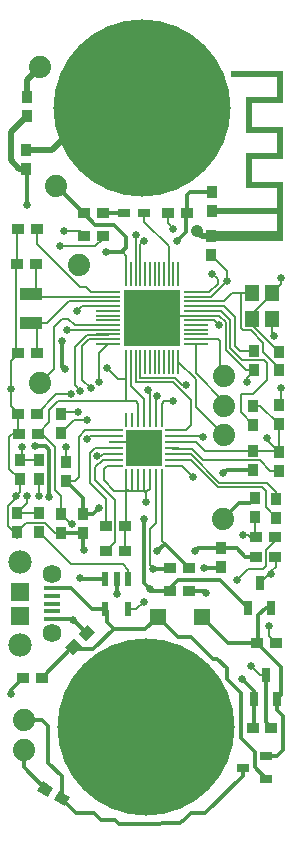
<source format=gbr>
G04 EAGLE Gerber RS-274X export*
G75*
%MOMM*%
%FSLAX34Y34*%
%LPD*%
%INTop Copper*%
%IPPOS*%
%AMOC8*
5,1,8,0,0,1.08239X$1,22.5*%
G01*
%ADD10R,1.050000X0.900000*%
%ADD11R,1.400000X1.400000*%
%ADD12R,0.550000X1.200000*%
%ADD13C,1.879600*%
%ADD14R,1.016000X0.635000*%
%ADD15R,0.650000X1.250000*%
%ADD16R,0.900000X1.050000*%
%ADD17R,0.270000X1.150000*%
%ADD18R,1.150000X0.270000*%
%ADD19R,3.150000X3.150000*%
%ADD20R,2.000000X0.200000*%
%ADD21R,0.200000X2.000000*%
%ADD22R,4.700000X4.700000*%
%ADD23C,0.908000*%
%ADD24R,1.900000X1.100000*%
%ADD25R,1.200000X1.400000*%
%ADD26R,1.350000X0.400000*%
%ADD27C,1.582200*%
%ADD28C,1.980000*%
%ADD29R,1.550000X1.500000*%
%ADD30R,1.100000X0.750000*%
%ADD31R,0.500000X0.900000*%
%ADD32R,0.500000X0.500000*%
%ADD33C,0.304800*%
%ADD34C,0.654800*%
%ADD35C,0.177800*%
%ADD36C,1.050000*%
%ADD37C,0.508000*%
%ADD38C,1.143000*%
%ADD39C,0.812800*%
%ADD40C,15.000000*%

G36*
X241012Y452499D02*
X241012Y452499D01*
X241011Y452499D01*
X241012Y452500D01*
X241012Y502500D01*
X241002Y502512D01*
X241001Y502511D01*
X241000Y502512D01*
X214612Y502512D01*
X214612Y522488D01*
X241000Y522488D01*
X241012Y522499D01*
X241011Y522499D01*
X241012Y522500D01*
X241012Y549500D01*
X241002Y549512D01*
X241001Y549511D01*
X241000Y549512D01*
X214612Y549512D01*
X214612Y569488D01*
X241000Y569488D01*
X241012Y569499D01*
X241011Y569499D01*
X241012Y569500D01*
X241012Y596500D01*
X241002Y596512D01*
X241001Y596511D01*
X241000Y596512D01*
X196600Y596512D01*
X196588Y596502D01*
X196589Y596501D01*
X196588Y596500D01*
X196588Y591500D01*
X196599Y591488D01*
X196599Y591489D01*
X196600Y591488D01*
X235988Y591488D01*
X235988Y574512D01*
X209600Y574512D01*
X209588Y574502D01*
X209589Y574501D01*
X209588Y574500D01*
X209588Y544500D01*
X209599Y544488D01*
X209599Y544489D01*
X209600Y544488D01*
X235988Y544488D01*
X235988Y527512D01*
X209600Y527512D01*
X209588Y527502D01*
X209589Y527501D01*
X209588Y527500D01*
X209588Y497500D01*
X209599Y497488D01*
X209599Y497489D01*
X209600Y497488D01*
X235988Y497488D01*
X235988Y480512D01*
X187000Y480512D01*
X186988Y480502D01*
X186989Y480501D01*
X186988Y480500D01*
X186988Y475500D01*
X186999Y475488D01*
X186999Y475489D01*
X187000Y475488D01*
X235988Y475488D01*
X235988Y461512D01*
X187000Y461512D01*
X186988Y461502D01*
X186989Y461501D01*
X186988Y461500D01*
X186988Y452500D01*
X186999Y452488D01*
X186999Y452489D01*
X187000Y452488D01*
X241000Y452488D01*
X241012Y452499D01*
G37*
D10*
G36*
X51232Y-12978D02*
X60324Y-18228D01*
X55824Y-26022D01*
X46732Y-20772D01*
X51232Y-12978D01*
G37*
G36*
X37376Y-4978D02*
X46468Y-10228D01*
X41968Y-18022D01*
X32876Y-12772D01*
X37376Y-4978D01*
G37*
G36*
X70237Y109873D02*
X62813Y102449D01*
X56449Y108813D01*
X63873Y116237D01*
X70237Y109873D01*
G37*
G36*
X81551Y121187D02*
X74127Y113763D01*
X67763Y120127D01*
X75187Y127551D01*
X81551Y121187D01*
G37*
X218570Y112640D03*
X234570Y112640D03*
D11*
X171900Y134600D03*
X134900Y134600D03*
D12*
X109500Y166700D03*
X100000Y166700D03*
X90500Y166700D03*
X90500Y140700D03*
X109500Y140700D03*
D13*
X21200Y47500D03*
X21200Y22100D03*
D14*
X206800Y6800D03*
X226800Y16300D03*
X226800Y-2700D03*
D10*
X234000Y201620D03*
X218000Y201620D03*
X20400Y82400D03*
X36400Y82400D03*
D15*
X211500Y142000D03*
X230500Y142000D03*
X221000Y163000D03*
D10*
X161000Y156000D03*
X145000Y156000D03*
D16*
X15500Y206000D03*
X15500Y222000D03*
X34000Y206000D03*
X34000Y222000D03*
D17*
X108000Y253500D03*
X113000Y253500D03*
X118000Y253500D03*
X123000Y253500D03*
X128000Y253500D03*
X133000Y253500D03*
X138000Y253500D03*
D18*
X147000Y262500D03*
X147000Y267500D03*
X147000Y272500D03*
X147000Y277500D03*
X147000Y282500D03*
X147000Y287500D03*
X147000Y292500D03*
D17*
X138000Y301500D03*
X133000Y301500D03*
X128000Y301500D03*
X123000Y301500D03*
X118000Y301500D03*
X113000Y301500D03*
X108000Y301500D03*
D18*
X99000Y292500D03*
X99000Y287500D03*
X99000Y282500D03*
X99000Y277500D03*
X99000Y272500D03*
X99000Y267500D03*
X99000Y262500D03*
D19*
X123000Y277500D03*
D16*
X53000Y306000D03*
X53000Y290000D03*
X23500Y530000D03*
X23500Y514000D03*
X188500Y176500D03*
X188500Y192500D03*
D10*
X145500Y175500D03*
X161500Y175500D03*
D16*
X24000Y558500D03*
X24000Y574500D03*
D10*
X218000Y185000D03*
X234000Y185000D03*
X32500Y306500D03*
X16500Y306500D03*
D16*
X71500Y221500D03*
X71500Y205500D03*
X57000Y249500D03*
X57000Y265500D03*
X235000Y234500D03*
X235000Y218500D03*
X215500Y259000D03*
X215500Y275000D03*
X217000Y235000D03*
X217000Y219000D03*
D10*
X91000Y211000D03*
X107000Y211000D03*
X91000Y190000D03*
X107000Y190000D03*
D20*
X93000Y409500D03*
X93000Y405500D03*
X93000Y401500D03*
X93000Y397500D03*
X93000Y393500D03*
X93000Y389500D03*
X93000Y385500D03*
X93000Y381500D03*
X93000Y377500D03*
X93000Y373500D03*
X93000Y369500D03*
X93000Y365500D03*
D21*
X108000Y350500D03*
X112000Y350500D03*
X116000Y350500D03*
X120000Y350500D03*
X124000Y350500D03*
X128000Y350500D03*
X132000Y350500D03*
X136000Y350500D03*
X140000Y350500D03*
X144000Y350500D03*
X148000Y350500D03*
X152000Y350500D03*
D20*
X167000Y365500D03*
X167000Y369500D03*
X167000Y373500D03*
X167000Y377500D03*
X167000Y381500D03*
X167000Y385500D03*
X167000Y389500D03*
X167000Y393500D03*
X167000Y397500D03*
X167000Y401500D03*
X167000Y405500D03*
X167000Y409500D03*
D21*
X152000Y424500D03*
X148000Y424500D03*
X144000Y424500D03*
X140000Y424500D03*
X136000Y424500D03*
X132000Y424500D03*
X128000Y424500D03*
X124000Y424500D03*
X120000Y424500D03*
X116000Y424500D03*
X112000Y424500D03*
X108000Y424500D03*
D22*
X130000Y387500D03*
D23*
X112000Y405500D03*
X112000Y393500D03*
X112000Y381500D03*
X112000Y369500D03*
X124000Y405500D03*
X124000Y393500D03*
X124000Y381500D03*
X124000Y369500D03*
X136000Y405500D03*
X136000Y393500D03*
X136000Y381500D03*
X136000Y369500D03*
X148000Y405500D03*
X148000Y393500D03*
X148000Y381500D03*
X148000Y369500D03*
D10*
X32500Y462500D03*
X16500Y462500D03*
X16000Y433000D03*
X32000Y433000D03*
X16500Y357500D03*
X32500Y357500D03*
D16*
X53000Y221500D03*
X53000Y205500D03*
X180500Y494000D03*
X180500Y478000D03*
X180000Y440500D03*
X180000Y456500D03*
X237000Y343000D03*
X237000Y359000D03*
D10*
X159500Y476500D03*
X143500Y476500D03*
D16*
X215500Y297000D03*
X215500Y313000D03*
X216500Y359500D03*
X216500Y343500D03*
X237000Y313500D03*
X237000Y297500D03*
D10*
X33000Y289000D03*
X17000Y289000D03*
X72500Y457000D03*
X88500Y457000D03*
D24*
X27500Y383000D03*
X27500Y408000D03*
D25*
X214500Y409000D03*
X214500Y387000D03*
X231500Y387000D03*
X231500Y409000D03*
D26*
X45480Y158500D03*
X45480Y152000D03*
X45480Y145500D03*
X45480Y139000D03*
X45480Y132500D03*
D27*
X45480Y170500D03*
X45480Y120500D03*
D28*
X18480Y180500D03*
X18480Y110500D03*
D29*
X18480Y155500D03*
X18480Y135500D03*
D16*
X237000Y258000D03*
X237000Y274000D03*
D10*
X231000Y40000D03*
X215000Y40000D03*
D15*
X216500Y64500D03*
X235500Y64500D03*
X226000Y85500D03*
D16*
X18000Y251000D03*
X18000Y267000D03*
X34000Y267000D03*
X34000Y251000D03*
D30*
X123500Y476000D03*
X106500Y476000D03*
D13*
X49000Y499000D03*
X190000Y217000D03*
X35000Y600000D03*
X35000Y332000D03*
X68000Y432000D03*
X191000Y338000D03*
X191000Y288000D03*
X191000Y313000D03*
D10*
X88000Y476000D03*
X72000Y476000D03*
D31*
X189500Y457000D03*
D32*
X189500Y478000D03*
D33*
X21200Y6972D02*
X39672Y-11500D01*
X21200Y6972D02*
X21200Y22100D01*
X10779Y72779D02*
X20400Y82400D01*
X10779Y72779D02*
X10779Y69006D01*
D34*
X10779Y69006D03*
D33*
X45480Y132500D02*
X62814Y132500D01*
X63157Y132157D02*
X74657Y120657D01*
X161000Y156000D02*
X175000Y156000D01*
X176000Y155000D01*
D34*
X176000Y155000D03*
D35*
X218000Y201000D02*
X218000Y201620D01*
X217000Y202620D01*
X217000Y219000D01*
X15500Y206000D02*
X15500Y204000D01*
X15500Y201500D01*
X62814Y132500D02*
X63157Y132157D01*
D34*
X63157Y132157D03*
D35*
X221500Y85500D02*
X226000Y85500D01*
X221500Y85500D02*
X214000Y93000D01*
D34*
X214000Y93000D03*
D35*
X237000Y274000D02*
X237000Y297500D01*
X221500Y313000D01*
X215500Y313000D01*
D33*
X100000Y166700D02*
X100000Y154000D01*
D34*
X100000Y154000D03*
D35*
X147000Y282500D02*
X167500Y282500D01*
X175000Y275000D02*
X215500Y275000D01*
X175000Y275000D02*
X167500Y282500D01*
X215500Y275000D02*
X236000Y275000D01*
X237000Y274000D01*
D34*
X83201Y270799D03*
D35*
X86770Y270799D01*
X98983Y272517D02*
X99000Y272500D01*
X98983Y272517D02*
X88488Y272517D01*
X86770Y270799D01*
X53000Y306000D02*
X55000Y308000D01*
X66941Y308000D01*
D34*
X66941Y308000D03*
D35*
X16500Y306500D02*
X16500Y289500D01*
X17000Y289000D01*
X16500Y306500D02*
X10349Y312651D01*
X10349Y327002D01*
D34*
X10349Y327002D03*
D35*
X234000Y185000D02*
X235000Y184000D01*
X229000Y118210D02*
X234570Y112640D01*
X229000Y118210D02*
X229000Y127000D01*
D34*
X229000Y127000D03*
D33*
X71500Y205500D02*
X53000Y205500D01*
X71500Y205500D02*
X71500Y191500D01*
D35*
X72000Y191000D01*
D34*
X72000Y191000D03*
D35*
X18000Y240000D02*
X18000Y251000D01*
X18000Y240000D02*
X15000Y237000D01*
D34*
X15000Y237000D03*
D35*
X57000Y265500D02*
X57000Y278000D01*
D34*
X57000Y278000D03*
D35*
X10349Y327002D02*
X10349Y351349D01*
X16500Y357500D01*
X120000Y424500D02*
X120000Y450000D01*
X123000Y453000D01*
D34*
X123000Y453000D03*
D35*
X231500Y409000D02*
X239106Y416606D01*
X239106Y421000D01*
D34*
X239106Y421000D03*
D35*
X186944Y389500D02*
X167000Y389500D01*
X186944Y389500D02*
X192444Y384000D01*
X192444Y360527D01*
X205027Y347944D01*
X205056Y347944D01*
X209500Y343500D02*
X216500Y343500D01*
X209500Y343500D02*
X205056Y347944D01*
X143500Y467500D02*
X143500Y476500D01*
X143500Y467500D02*
X148000Y463000D01*
D34*
X148000Y463000D03*
D36*
X168000Y461000D03*
D37*
X24000Y574500D02*
X24000Y589000D01*
X35000Y600000D01*
D35*
X217620Y202000D02*
X218000Y201620D01*
X217620Y202000D02*
X213000Y202000D01*
X211000Y204000D01*
X207000Y204000D01*
D34*
X207000Y204000D03*
D35*
X221000Y163000D02*
X223000Y163000D01*
X221000Y163000D02*
X229000Y171000D01*
X231000Y171000D01*
D34*
X231000Y171000D03*
D35*
X231000Y173000D01*
X235000Y177000D02*
X235000Y184000D01*
X235000Y177000D02*
X231000Y173000D01*
X39605Y213917D02*
X29083Y213917D01*
X29000Y214000D01*
X48022Y205500D02*
X53000Y205500D01*
X48022Y205500D02*
X39605Y213917D01*
X29000Y214000D02*
X23500Y214000D01*
X15500Y206000D01*
X99313Y282813D02*
X103991Y282813D01*
X99313Y282813D02*
X99000Y282500D01*
X215138Y380492D02*
X236474Y359156D01*
X215138Y380492D02*
X215138Y386715D01*
X236474Y359156D02*
X237000Y359000D01*
X215138Y386715D02*
X214500Y387000D01*
X16002Y433832D02*
X16002Y462280D01*
X16002Y433832D02*
X16000Y433000D01*
X16002Y462280D02*
X16500Y462500D01*
X15113Y432943D02*
X15113Y359156D01*
X16002Y358267D01*
X15113Y432943D02*
X16000Y433000D01*
X16002Y358267D02*
X16500Y357500D01*
X215138Y387604D02*
X215138Y392049D01*
X232029Y408940D01*
X215138Y387604D02*
X214500Y387000D01*
X231500Y409000D02*
X232029Y408940D01*
X99568Y272923D02*
X99000Y272500D01*
X152019Y389382D02*
X166243Y389382D01*
X152019Y389382D02*
X148463Y392938D01*
X166243Y389382D02*
X167000Y389500D01*
X148463Y392938D02*
X148000Y393500D01*
X130000Y387500D02*
X111125Y406273D01*
X112000Y405500D01*
X15000Y237000D02*
X15000Y235022D01*
X8333Y228355D01*
X8333Y211167D01*
X15500Y204000D01*
X17000Y289000D02*
X11000Y289000D01*
X9000Y287000D01*
X9000Y260000D01*
X18000Y251000D01*
X88500Y454500D02*
X88500Y457000D01*
X82000Y448000D02*
X52000Y448000D01*
X82000Y448000D02*
X88500Y454500D01*
D34*
X52000Y448000D03*
D33*
X226000Y45000D02*
X231000Y40000D01*
X226000Y45000D02*
X226000Y85500D01*
D38*
X123000Y277500D03*
D35*
X118000Y282500D02*
X99000Y282500D01*
X118000Y282500D02*
X123000Y277500D01*
X227000Y284000D02*
X237000Y274000D01*
X227000Y284000D02*
X227000Y286000D01*
D34*
X227000Y286000D03*
D35*
X210000Y337000D02*
X216500Y343500D01*
X210000Y337000D02*
X210000Y333000D01*
D34*
X210000Y333000D03*
D37*
X180000Y456500D02*
X180500Y457000D01*
X180000Y456500D02*
X172500Y456500D01*
X168000Y461000D01*
X189000Y456500D02*
X189500Y457000D01*
D39*
X189000Y456500D02*
X180000Y456500D01*
D35*
X216500Y41500D02*
X215000Y40000D01*
D33*
X216500Y41500D02*
X216500Y64500D01*
D35*
X216500Y71500D01*
D33*
X206000Y82000D01*
D34*
X206000Y82000D03*
X239106Y328000D03*
D35*
X239106Y315606D01*
X237000Y313500D01*
X48000Y278000D02*
X48000Y242000D01*
X48000Y278000D02*
X37000Y289000D01*
X33000Y289000D01*
X43000Y299000D01*
X43000Y309522D02*
X50478Y317000D01*
X116000Y317000D02*
X118000Y315000D01*
X118000Y301500D01*
X43000Y299000D02*
X43000Y309522D01*
X50478Y317000D02*
X108000Y317000D01*
X116000Y317000D01*
X108000Y336000D02*
X108000Y350500D01*
X108000Y336000D02*
X108000Y317000D01*
D33*
X82000Y466000D02*
X72000Y476000D01*
X82000Y466000D02*
X98000Y466000D01*
X108000Y456000D01*
X108000Y447000D01*
X72000Y476000D02*
X49000Y499000D01*
D35*
X167000Y409500D02*
X178471Y409500D01*
X185486Y416515D01*
X185486Y420077D01*
X180562Y425000D01*
D34*
X180562Y425000D03*
X91000Y443000D03*
D35*
X104000Y443000D01*
D33*
X108000Y447000D01*
X105000Y443000D02*
X91000Y443000D01*
D35*
X105000Y443000D02*
X108000Y440000D01*
X108000Y424500D01*
X53340Y221361D02*
X61341Y213360D01*
X62230Y213360D01*
X53340Y221361D02*
X53000Y221500D01*
D34*
X62230Y213360D03*
D35*
X53000Y221500D02*
X53000Y237000D01*
X48000Y242000D01*
D34*
X92000Y344941D03*
D35*
X100941Y336000D01*
X108000Y336000D01*
D33*
X53528Y-19500D02*
X65905Y-31876D01*
D35*
X66244Y-32000D01*
D33*
X81000Y-32000D01*
X86409Y-37409D01*
X88053Y-37699D01*
X98699Y-37699D01*
X101901Y-40901D01*
X107901Y-40901D01*
D35*
X108000Y-41000D01*
D33*
X137000Y-41000D01*
X138000Y-40000D01*
X154000Y-40000D01*
X155333Y-38667D01*
D35*
X156171Y-38667D01*
D33*
X162838Y-32000D01*
X175000Y-32000D01*
X206800Y-200D02*
X206800Y6800D01*
X206800Y-200D02*
X175000Y-32000D01*
X53528Y-19500D02*
X53528Y-528D01*
X42000Y11000D02*
X42000Y42000D01*
X36500Y47500D01*
X21200Y47500D01*
X42000Y11000D02*
X53528Y-528D01*
X69300Y166700D02*
X90500Y166700D01*
D35*
X69300Y166700D02*
X69000Y167000D01*
D34*
X69000Y167000D03*
D35*
X34000Y237000D02*
X34000Y251000D01*
D34*
X34000Y237000D03*
D33*
X193860Y112640D02*
X218570Y112640D01*
X193860Y112640D02*
X171900Y134600D01*
X239491Y68491D02*
X235500Y64500D01*
X239491Y91719D02*
X218570Y112640D01*
X239491Y91719D02*
X239491Y68491D01*
X219570Y113640D02*
X219570Y135570D01*
D35*
X219570Y113640D02*
X218570Y112640D01*
D33*
X226000Y142000D02*
X230500Y142000D01*
X226000Y142000D02*
X219570Y135570D01*
X235500Y64500D02*
X235500Y55500D01*
X240856Y50144D01*
X235300Y16300D02*
X226800Y16300D01*
X240856Y21856D02*
X240856Y50144D01*
X240856Y21856D02*
X235300Y16300D01*
X217000Y7100D02*
X226800Y-2700D01*
X217000Y7100D02*
X217000Y20000D01*
X205000Y32000D01*
X193000Y81838D02*
X193000Y91000D01*
X185000Y99000D01*
X181838Y99000D02*
X163171Y117667D01*
X151833Y117667D01*
X134900Y134600D01*
X205000Y69838D02*
X205000Y32000D01*
X205000Y69838D02*
X193000Y81838D01*
X185000Y99000D02*
X181838Y99000D01*
X63343Y109343D02*
X36400Y82400D01*
X45480Y158500D02*
X61500Y158500D01*
X79300Y140700D02*
X90500Y140700D01*
X79300Y140700D02*
X61500Y158500D01*
D35*
X90500Y140700D02*
X92000Y139200D01*
D33*
X92000Y130000D01*
X97500Y124500D01*
D35*
X98000Y124000D01*
D33*
X124300Y124000D02*
X134900Y134600D01*
X124300Y124000D02*
X98000Y124000D01*
D35*
X65686Y107000D02*
X63343Y109343D01*
D33*
X80000Y107000D02*
X97500Y124500D01*
X80000Y107000D02*
X65686Y107000D01*
D35*
X145000Y156000D02*
X145000Y159000D01*
D33*
X152000Y166000D01*
X187500Y166000D01*
X211500Y142000D01*
X71500Y235000D02*
X57000Y249500D01*
X71500Y235000D02*
X71500Y221500D01*
D35*
X65000Y249500D02*
X57000Y249500D01*
X65000Y249500D02*
X68000Y252500D01*
X73500Y292500D02*
X99000Y292500D01*
X68000Y287000D02*
X68000Y252500D01*
X68000Y287000D02*
X73500Y292500D01*
D33*
X190000Y217000D02*
X203500Y230500D01*
D34*
X190000Y256000D03*
D33*
X193000Y259000D01*
X215500Y259000D01*
X217000Y235000D02*
X212500Y230500D01*
X203500Y230500D01*
D34*
X173000Y287000D03*
D35*
X172500Y287500D02*
X147000Y287500D01*
X172500Y287500D02*
X173000Y287000D01*
D34*
X85059Y227000D03*
D33*
X79559Y221500D01*
X71500Y221500D01*
X130000Y156000D02*
X145000Y156000D01*
X130000Y156000D02*
X128000Y158000D01*
D34*
X128000Y158000D03*
D33*
X123000Y163000D01*
X123000Y217000D01*
D34*
X123000Y217000D03*
D35*
X109500Y174500D02*
X109500Y166700D01*
X109500Y174500D02*
X105000Y179000D01*
X61000Y179000D02*
X34000Y206000D01*
X61000Y179000D02*
X105000Y179000D01*
X34000Y222000D02*
X15500Y222000D01*
X24000Y230500D01*
X24000Y237000D01*
D34*
X24000Y237000D03*
X159000Y331000D03*
D35*
X155029Y331000D01*
X149473Y336556D01*
X120000Y336556D02*
X120000Y350500D01*
X120000Y336556D02*
X149473Y336556D01*
X112000Y330000D02*
X112000Y350500D01*
X123000Y319000D02*
X123000Y301500D01*
X123000Y319000D02*
X112000Y330000D01*
X128000Y324201D02*
X128000Y301500D01*
X128201Y324201D02*
X126201Y326201D01*
X128000Y324201D02*
X128201Y324201D01*
D34*
X126201Y326201D03*
X85000Y333000D03*
D35*
X85000Y357500D01*
X93000Y365500D01*
X133000Y320059D02*
X133000Y301500D01*
X133000Y320059D02*
X133941Y321000D01*
D34*
X133941Y321000D03*
X78000Y328000D03*
D35*
X71000Y335000D01*
X71000Y364000D01*
X76500Y369500D01*
X93000Y369500D01*
X138000Y315000D02*
X138000Y301500D01*
X140000Y317000D02*
X148000Y317000D01*
X140000Y317000D02*
X138000Y315000D01*
D34*
X148000Y317000D03*
X69326Y326000D03*
D35*
X65000Y330326D01*
X92667Y373167D02*
X93000Y373500D01*
X75138Y373167D02*
X65000Y363029D01*
X75138Y373167D02*
X92667Y373167D01*
X65000Y363029D02*
X65000Y330326D01*
X147000Y292500D02*
X158500Y292500D01*
X148000Y333000D02*
X116000Y333000D01*
X116000Y350500D01*
X163000Y297000D02*
X158500Y292500D01*
X163000Y297000D02*
X163000Y318000D01*
X148000Y333000D01*
D33*
X188500Y192500D02*
X201500Y192500D01*
X209000Y185000D02*
X218000Y185000D01*
X209000Y185000D02*
X201500Y192500D01*
D35*
X145500Y175500D02*
X145000Y175000D01*
D33*
X131000Y175000D01*
D34*
X131000Y175000D03*
X166000Y190000D03*
D33*
X168500Y192500D01*
X188500Y192500D01*
D35*
X133000Y214000D02*
X133000Y253500D01*
X128000Y178000D02*
X131000Y175000D01*
X128000Y209000D02*
X133000Y214000D01*
X128000Y209000D02*
X128000Y178000D01*
D33*
X140500Y196500D02*
X161500Y175500D01*
D35*
X140500Y196500D02*
X138000Y199000D01*
X138000Y253500D01*
D37*
X10616Y545116D02*
X24000Y558500D01*
X10616Y520884D02*
X17500Y514000D01*
X23500Y514000D01*
X10616Y520884D02*
X10616Y545116D01*
D33*
X24003Y513842D02*
X24003Y482727D01*
D35*
X24003Y513842D02*
X23500Y514000D01*
D34*
X24003Y482727D03*
X54000Y368000D03*
D33*
X54000Y346000D01*
X56000Y344000D01*
D34*
X56000Y344000D03*
X31000Y279000D03*
D33*
X40000Y279000D01*
X43000Y276000D01*
X43000Y236000D01*
D34*
X43000Y236000D03*
X134000Y190000D03*
D33*
X140500Y196500D01*
D35*
X107000Y190000D02*
X107000Y211000D01*
X108000Y243000D02*
X108000Y253500D01*
X108000Y243000D02*
X110000Y241000D01*
X113000Y241000D01*
X118000Y241000D01*
X123000Y241000D01*
X126000Y241000D01*
X128000Y243000D01*
X128000Y253500D01*
X123000Y253500D02*
X123000Y241000D01*
X118000Y241000D02*
X118000Y253500D01*
X113000Y253500D02*
X113000Y241000D01*
X99000Y262500D02*
X91500Y262500D01*
X89000Y260000D01*
X89000Y250000D01*
X98000Y241000D02*
X110000Y241000D01*
X98000Y241000D02*
X89000Y250000D01*
X108000Y253500D02*
X108000Y212000D01*
X107000Y211000D01*
X147000Y262500D02*
X155500Y262500D01*
X165000Y253000D01*
D34*
X165000Y253000D03*
X125000Y232000D03*
D35*
X125000Y239000D01*
X123000Y241000D01*
X64000Y301000D02*
X53000Y290000D01*
X64000Y301000D02*
X75000Y301000D01*
D34*
X75000Y301000D03*
D35*
X230022Y258000D02*
X237000Y258000D01*
X230022Y258000D02*
X220939Y267083D01*
X147983Y276517D02*
X147000Y277500D01*
X163541Y276517D02*
X172975Y267083D01*
X163541Y276517D02*
X147983Y276517D01*
X172975Y267083D02*
X220939Y267083D01*
X162529Y272500D02*
X147000Y272500D01*
X187029Y248000D02*
X227000Y248000D01*
X235000Y240000D01*
X235000Y234500D01*
X187029Y248000D02*
X162529Y272500D01*
X99000Y287500D02*
X77500Y287500D01*
X75000Y285000D01*
D34*
X75000Y285000D03*
X61000Y323000D03*
D35*
X49000Y323000D02*
X32500Y306500D01*
X49000Y323000D02*
X61000Y323000D01*
X98917Y197917D02*
X91000Y190000D01*
X98917Y233083D02*
X82000Y250000D01*
X82000Y261000D01*
X88500Y267500D02*
X99000Y267500D01*
X98917Y233083D02*
X98917Y197917D01*
X82000Y261000D02*
X88500Y267500D01*
X226000Y227500D02*
X235000Y218500D01*
X162500Y267500D02*
X147000Y267500D01*
X226000Y241000D02*
X226000Y227500D01*
X226000Y241000D02*
X223000Y244000D01*
X186000Y244000D01*
X162500Y267500D01*
X91000Y234000D02*
X91000Y211000D01*
X99000Y277500D02*
X81500Y277500D01*
X77000Y248000D02*
X91000Y234000D01*
X77000Y248000D02*
X77000Y273000D01*
X81500Y277500D01*
X186124Y369500D02*
X187246Y368378D01*
X186124Y369500D02*
X167000Y369500D01*
X187246Y368378D02*
X187246Y341530D01*
X191000Y338000D01*
D34*
X58000Y377000D03*
D35*
X58500Y377500D01*
X93000Y377500D01*
X93000Y381500D02*
X64500Y381500D01*
X59000Y387000D01*
X54000Y387000D01*
X47000Y344000D02*
X35000Y332000D01*
X47000Y380000D02*
X54000Y387000D01*
X47000Y380000D02*
X47000Y344000D01*
X152000Y350500D02*
X167000Y335500D01*
X167000Y312000D02*
X191000Y288000D01*
X167000Y312000D02*
X167000Y335500D01*
X34000Y267000D02*
X18000Y267000D01*
X70500Y397500D02*
X93000Y397500D01*
X70500Y397500D02*
X66000Y393000D01*
D34*
X66000Y393000D03*
X19432Y278006D03*
D35*
X19432Y268432D02*
X18000Y267000D01*
X19432Y268432D02*
X19432Y278006D01*
X30000Y405500D02*
X93000Y405500D01*
X30000Y405500D02*
X27500Y408000D01*
X32004Y406273D02*
X32004Y432943D01*
X32000Y433000D01*
X27500Y408000D02*
X32004Y406273D01*
X32893Y449834D02*
X32893Y462280D01*
X32893Y449834D02*
X68898Y413829D01*
X74000Y413829D01*
X32893Y462280D02*
X32500Y462500D01*
X78329Y409500D02*
X93000Y409500D01*
X78329Y409500D02*
X74000Y413829D01*
X41000Y383000D02*
X27500Y383000D01*
X59500Y401500D02*
X93000Y401500D01*
X59500Y401500D02*
X41000Y383000D01*
X32893Y382270D02*
X32893Y358267D01*
X32500Y357500D01*
X32893Y382270D02*
X27500Y383000D01*
X167000Y397500D02*
X190500Y397500D01*
X200000Y388000D02*
X200000Y364000D01*
X204500Y359500D01*
X216500Y359500D01*
X200000Y388000D02*
X190500Y397500D01*
X188500Y393500D02*
X167000Y393500D01*
X196000Y386000D02*
X196000Y362000D01*
X206500Y351500D01*
X205000Y307500D02*
X215500Y297000D01*
X196000Y386000D02*
X188500Y393500D01*
X205000Y323000D02*
X205000Y307500D01*
X206500Y351500D02*
X224500Y351500D01*
X227000Y349000D02*
X227000Y335000D01*
X215000Y323000D01*
X205000Y323000D01*
X227000Y349000D02*
X224500Y351500D01*
X190500Y401500D02*
X167000Y401500D01*
X198000Y409000D02*
X205359Y409000D01*
X214500Y409000D01*
X198000Y409000D02*
X190500Y401500D01*
X236474Y345821D02*
X236474Y343154D01*
X236474Y345821D02*
X224028Y358267D01*
X224028Y366268D01*
X213360Y376936D01*
X207137Y376936D01*
X205359Y378714D01*
X205359Y409000D01*
X236474Y343154D02*
X237000Y343000D01*
D37*
X189500Y478000D02*
X180500Y478000D01*
D35*
X182542Y385500D02*
X167000Y385500D01*
X182542Y385500D02*
X186503Y381539D01*
D34*
X186503Y381539D03*
X151000Y453000D03*
D35*
X159500Y476500D02*
X160000Y477000D01*
D33*
X159500Y476500D02*
X159500Y491500D01*
X162000Y494000D02*
X180500Y494000D01*
X162000Y494000D02*
X159500Y491500D01*
X158500Y460500D02*
X151000Y453000D01*
X158500Y475500D02*
X159500Y476500D01*
X158500Y475500D02*
X158500Y460500D01*
D35*
X144000Y448000D02*
X144000Y424500D01*
X123500Y468500D02*
X123500Y476000D01*
X123500Y468500D02*
X144000Y448000D01*
X167132Y365379D02*
X167132Y340487D01*
X190246Y317373D01*
X190246Y313817D01*
X167132Y365379D02*
X167000Y365500D01*
X190246Y313817D02*
X191000Y313000D01*
D40*
X125000Y41000D03*
D34*
X174000Y176000D03*
D33*
X188000Y176000D01*
D35*
X188500Y176500D01*
D40*
X121000Y565000D03*
D37*
X45000Y530000D02*
X23500Y530000D01*
X80000Y565000D02*
X121000Y565000D01*
X80000Y565000D02*
X45000Y530000D01*
D35*
X231500Y387000D02*
X231500Y373500D01*
X233000Y372000D01*
D34*
X233000Y372000D03*
X193000Y419000D03*
D35*
X179500Y405500D01*
X167000Y405500D01*
X193000Y427500D02*
X180000Y440500D01*
X193000Y427500D02*
X193000Y419000D01*
X116700Y140700D02*
X109500Y140700D01*
X116700Y140700D02*
X123000Y147000D01*
D34*
X123000Y147000D03*
X202000Y166000D03*
D35*
X211000Y175000D01*
X224000Y175000D01*
X226083Y177083D01*
X234000Y198522D02*
X234000Y201620D01*
X226083Y190605D02*
X226083Y177083D01*
X226083Y190605D02*
X234000Y198522D01*
D33*
X106500Y476000D02*
X88000Y476000D01*
D35*
X116000Y458000D02*
X116000Y424500D01*
D34*
X116000Y458000D03*
X55000Y461000D03*
D35*
X68500Y461000D01*
X72500Y457000D01*
M02*

</source>
